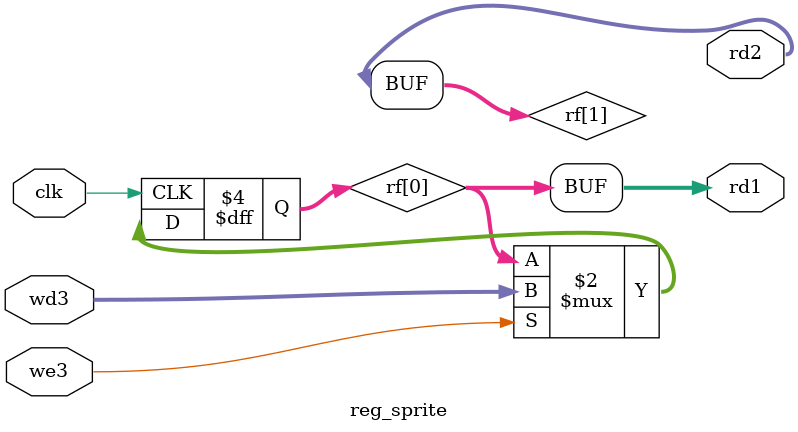
<source format=sv>
module reg_sprite(input logic clk,
					input logic we3,
					input logic [31:0] wd3,
					output logic [31:0] rd1, rd2);
	
	logic [31:0] rf[14:0];
	
	// three ported register file
	// read two ports combinationally
	// write third port on rising edge of clock
	// register 15 reads PC + 8 instead
	always_ff @(posedge clk)
	if (we3) rf[0] <= wd3;
	
	assign rd1 = rf[0]; //Mario pos X is LSB
	//Barrils
	assign rd2 = rf[1]; 
	
endmodule

</source>
